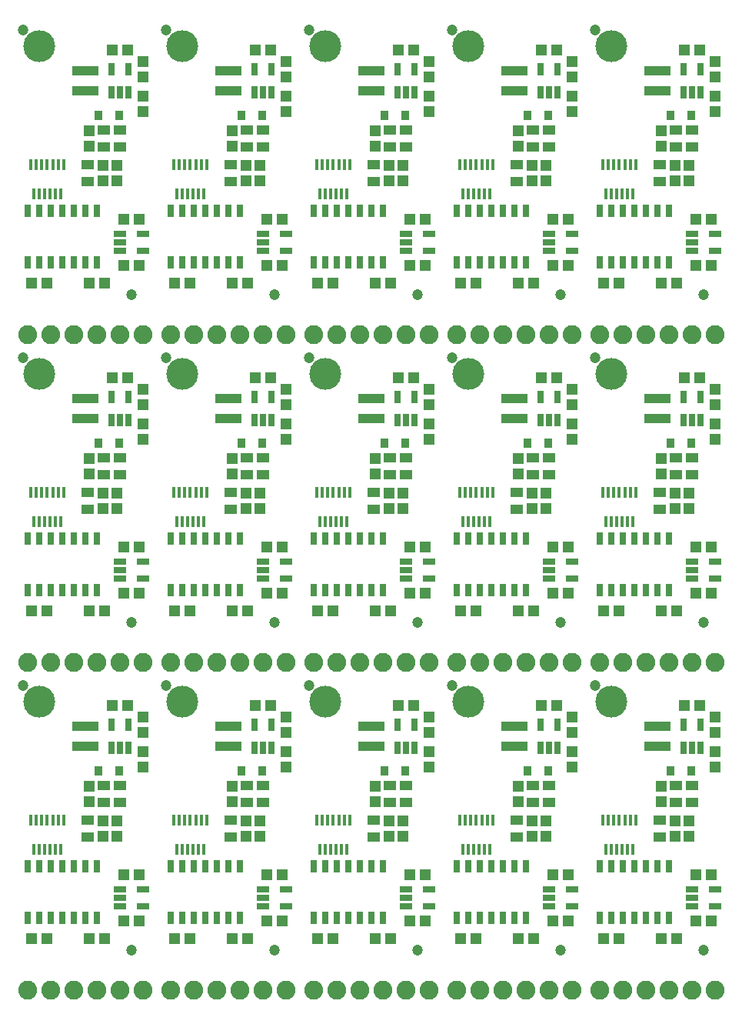
<source format=gts>
G75*
%MOIN*%
%OFA0B0*%
%FSLAX25Y25*%
%IPPOS*%
%LPD*%
%AMOC8*
5,1,8,0,0,1.08239X$1,22.5*
%
%ADD10R,0.02965X0.05524*%
%ADD11R,0.05131X0.04737*%
%ADD12R,0.05524X0.03950*%
%ADD13R,0.04737X0.05131*%
%ADD14R,0.03280X0.04068*%
%ADD15R,0.11430X0.03950*%
%ADD16R,0.05524X0.02965*%
%ADD17R,0.03162X0.05524*%
%ADD18C,0.08200*%
%ADD19C,0.13800*%
%ADD20C,0.04737*%
%ADD21R,0.01706X0.04737*%
D10*
X0129593Y0129881D03*
X0133333Y0129881D03*
X0137073Y0129881D03*
X0137073Y0140119D03*
X0129593Y0140119D03*
X0191593Y0140119D03*
X0199073Y0140119D03*
X0199073Y0129881D03*
X0195333Y0129881D03*
X0191593Y0129881D03*
X0253593Y0129881D03*
X0257333Y0129881D03*
X0261073Y0129881D03*
X0261073Y0140119D03*
X0253593Y0140119D03*
X0315593Y0140119D03*
X0323073Y0140119D03*
X0323073Y0129881D03*
X0319333Y0129881D03*
X0315593Y0129881D03*
X0377593Y0129881D03*
X0381333Y0129881D03*
X0385073Y0129881D03*
X0385073Y0140119D03*
X0377593Y0140119D03*
X0377593Y0271881D03*
X0381333Y0271881D03*
X0385073Y0271881D03*
X0385073Y0282119D03*
X0377593Y0282119D03*
X0323073Y0282119D03*
X0315593Y0282119D03*
X0315593Y0271881D03*
X0319333Y0271881D03*
X0323073Y0271881D03*
X0261073Y0271881D03*
X0257333Y0271881D03*
X0253593Y0271881D03*
X0253593Y0282119D03*
X0261073Y0282119D03*
X0199073Y0282119D03*
X0191593Y0282119D03*
X0191593Y0271881D03*
X0195333Y0271881D03*
X0199073Y0271881D03*
X0137073Y0271881D03*
X0133333Y0271881D03*
X0129593Y0271881D03*
X0129593Y0282119D03*
X0137073Y0282119D03*
X0137073Y0413881D03*
X0133333Y0413881D03*
X0129593Y0413881D03*
X0129593Y0424119D03*
X0137073Y0424119D03*
X0191593Y0424119D03*
X0199073Y0424119D03*
X0199073Y0413881D03*
X0195333Y0413881D03*
X0191593Y0413881D03*
X0253593Y0413881D03*
X0257333Y0413881D03*
X0261073Y0413881D03*
X0261073Y0424119D03*
X0253593Y0424119D03*
X0315593Y0424119D03*
X0323073Y0424119D03*
X0323073Y0413881D03*
X0319333Y0413881D03*
X0315593Y0413881D03*
X0377593Y0413881D03*
X0381333Y0413881D03*
X0385073Y0413881D03*
X0385073Y0424119D03*
X0377593Y0424119D03*
D11*
X0377987Y0432500D03*
X0384680Y0432500D03*
X0382987Y0359000D03*
X0389680Y0359000D03*
X0389680Y0339000D03*
X0382987Y0339000D03*
X0374680Y0331500D03*
X0367987Y0331500D03*
X0349680Y0331500D03*
X0342987Y0331500D03*
X0327680Y0339000D03*
X0320987Y0339000D03*
X0312680Y0331500D03*
X0305987Y0331500D03*
X0287680Y0331500D03*
X0280987Y0331500D03*
X0265680Y0339000D03*
X0258987Y0339000D03*
X0250680Y0331500D03*
X0243987Y0331500D03*
X0225680Y0331500D03*
X0218987Y0331500D03*
X0203680Y0339000D03*
X0196987Y0339000D03*
X0188680Y0331500D03*
X0181987Y0331500D03*
X0163680Y0331500D03*
X0156987Y0331500D03*
X0141680Y0339000D03*
X0134987Y0339000D03*
X0126680Y0331500D03*
X0119987Y0331500D03*
X0134987Y0359000D03*
X0141680Y0359000D03*
X0136680Y0290500D03*
X0129987Y0290500D03*
X0101680Y0331500D03*
X0094987Y0331500D03*
X0129987Y0432500D03*
X0136680Y0432500D03*
X0191987Y0432500D03*
X0198680Y0432500D03*
X0196987Y0359000D03*
X0203680Y0359000D03*
X0198680Y0290500D03*
X0191987Y0290500D03*
X0196987Y0217000D03*
X0203680Y0217000D03*
X0203680Y0197000D03*
X0196987Y0197000D03*
X0188680Y0189500D03*
X0181987Y0189500D03*
X0163680Y0189500D03*
X0156987Y0189500D03*
X0141680Y0197000D03*
X0134987Y0197000D03*
X0126680Y0189500D03*
X0119987Y0189500D03*
X0134987Y0217000D03*
X0141680Y0217000D03*
X0101680Y0189500D03*
X0094987Y0189500D03*
X0129987Y0148500D03*
X0136680Y0148500D03*
X0134987Y0075000D03*
X0141680Y0075000D03*
X0141680Y0055000D03*
X0134987Y0055000D03*
X0126680Y0047500D03*
X0119987Y0047500D03*
X0101680Y0047500D03*
X0094987Y0047500D03*
X0156987Y0047500D03*
X0163680Y0047500D03*
X0181987Y0047500D03*
X0188680Y0047500D03*
X0196987Y0055000D03*
X0203680Y0055000D03*
X0203680Y0075000D03*
X0196987Y0075000D03*
X0218987Y0047500D03*
X0225680Y0047500D03*
X0243987Y0047500D03*
X0250680Y0047500D03*
X0258987Y0055000D03*
X0265680Y0055000D03*
X0265680Y0075000D03*
X0258987Y0075000D03*
X0280987Y0047500D03*
X0287680Y0047500D03*
X0305987Y0047500D03*
X0312680Y0047500D03*
X0320987Y0055000D03*
X0327680Y0055000D03*
X0327680Y0075000D03*
X0320987Y0075000D03*
X0342987Y0047500D03*
X0349680Y0047500D03*
X0367987Y0047500D03*
X0374680Y0047500D03*
X0382987Y0055000D03*
X0389680Y0055000D03*
X0389680Y0075000D03*
X0382987Y0075000D03*
X0384680Y0148500D03*
X0377987Y0148500D03*
X0374680Y0189500D03*
X0367987Y0189500D03*
X0382987Y0197000D03*
X0389680Y0197000D03*
X0389680Y0217000D03*
X0382987Y0217000D03*
X0349680Y0189500D03*
X0342987Y0189500D03*
X0327680Y0197000D03*
X0320987Y0197000D03*
X0312680Y0189500D03*
X0305987Y0189500D03*
X0287680Y0189500D03*
X0280987Y0189500D03*
X0265680Y0197000D03*
X0258987Y0197000D03*
X0250680Y0189500D03*
X0243987Y0189500D03*
X0225680Y0189500D03*
X0218987Y0189500D03*
X0198680Y0148500D03*
X0191987Y0148500D03*
X0253987Y0148500D03*
X0260680Y0148500D03*
X0258987Y0217000D03*
X0265680Y0217000D03*
X0260680Y0290500D03*
X0253987Y0290500D03*
X0258987Y0359000D03*
X0265680Y0359000D03*
X0260680Y0432500D03*
X0253987Y0432500D03*
X0315987Y0432500D03*
X0322680Y0432500D03*
X0320987Y0359000D03*
X0327680Y0359000D03*
X0322680Y0290500D03*
X0315987Y0290500D03*
X0320987Y0217000D03*
X0327680Y0217000D03*
X0322680Y0148500D03*
X0315987Y0148500D03*
X0377987Y0290500D03*
X0384680Y0290500D03*
D12*
X0381333Y0255543D03*
X0374333Y0255543D03*
X0374333Y0248457D03*
X0381333Y0248457D03*
X0367333Y0240543D03*
X0367333Y0233457D03*
X0319333Y0248457D03*
X0312333Y0248457D03*
X0312333Y0255543D03*
X0319333Y0255543D03*
X0305333Y0240543D03*
X0305333Y0233457D03*
X0257333Y0248457D03*
X0250333Y0248457D03*
X0250333Y0255543D03*
X0257333Y0255543D03*
X0243333Y0240543D03*
X0243333Y0233457D03*
X0195333Y0248457D03*
X0188333Y0248457D03*
X0188333Y0255543D03*
X0195333Y0255543D03*
X0181333Y0240543D03*
X0181333Y0233457D03*
X0133333Y0248457D03*
X0133333Y0255543D03*
X0126333Y0255543D03*
X0126333Y0248457D03*
X0119333Y0240543D03*
X0119333Y0233457D03*
X0126333Y0113543D03*
X0126333Y0106457D03*
X0133333Y0106457D03*
X0133333Y0113543D03*
X0119333Y0098543D03*
X0119333Y0091457D03*
X0181333Y0091457D03*
X0181333Y0098543D03*
X0188333Y0106457D03*
X0195333Y0106457D03*
X0195333Y0113543D03*
X0188333Y0113543D03*
X0243333Y0098543D03*
X0243333Y0091457D03*
X0250333Y0106457D03*
X0257333Y0106457D03*
X0257333Y0113543D03*
X0250333Y0113543D03*
X0305333Y0098543D03*
X0305333Y0091457D03*
X0312333Y0106457D03*
X0319333Y0106457D03*
X0319333Y0113543D03*
X0312333Y0113543D03*
X0367333Y0098543D03*
X0367333Y0091457D03*
X0374333Y0106457D03*
X0381333Y0106457D03*
X0381333Y0113543D03*
X0374333Y0113543D03*
X0367333Y0375457D03*
X0367333Y0382543D03*
X0374333Y0390457D03*
X0381333Y0390457D03*
X0381333Y0397543D03*
X0374333Y0397543D03*
X0319333Y0397543D03*
X0312333Y0397543D03*
X0312333Y0390457D03*
X0319333Y0390457D03*
X0305333Y0382543D03*
X0305333Y0375457D03*
X0257333Y0390457D03*
X0250333Y0390457D03*
X0250333Y0397543D03*
X0257333Y0397543D03*
X0243333Y0382543D03*
X0243333Y0375457D03*
X0195333Y0390457D03*
X0188333Y0390457D03*
X0188333Y0397543D03*
X0195333Y0397543D03*
X0181333Y0382543D03*
X0181333Y0375457D03*
X0133333Y0390457D03*
X0133333Y0397543D03*
X0126333Y0397543D03*
X0126333Y0390457D03*
X0119333Y0382543D03*
X0119333Y0375457D03*
D13*
X0125833Y0375654D03*
X0131833Y0375654D03*
X0131833Y0382346D03*
X0125833Y0382346D03*
X0119833Y0390654D03*
X0119833Y0397346D03*
X0143333Y0405654D03*
X0143333Y0412346D03*
X0143333Y0420654D03*
X0143333Y0427346D03*
X0181833Y0397346D03*
X0181833Y0390654D03*
X0187833Y0382346D03*
X0193833Y0382346D03*
X0193833Y0375654D03*
X0187833Y0375654D03*
X0205333Y0405654D03*
X0205333Y0412346D03*
X0205333Y0420654D03*
X0205333Y0427346D03*
X0243833Y0397346D03*
X0243833Y0390654D03*
X0249833Y0382346D03*
X0255833Y0382346D03*
X0255833Y0375654D03*
X0249833Y0375654D03*
X0267333Y0405654D03*
X0267333Y0412346D03*
X0267333Y0420654D03*
X0267333Y0427346D03*
X0305833Y0397346D03*
X0305833Y0390654D03*
X0311833Y0382346D03*
X0317833Y0382346D03*
X0317833Y0375654D03*
X0311833Y0375654D03*
X0329333Y0405654D03*
X0329333Y0412346D03*
X0329333Y0420654D03*
X0329333Y0427346D03*
X0367833Y0397346D03*
X0367833Y0390654D03*
X0373833Y0382346D03*
X0379833Y0382346D03*
X0379833Y0375654D03*
X0373833Y0375654D03*
X0391333Y0405654D03*
X0391333Y0412346D03*
X0391333Y0420654D03*
X0391333Y0427346D03*
X0391333Y0285346D03*
X0391333Y0278654D03*
X0391333Y0270346D03*
X0391333Y0263654D03*
X0379833Y0240346D03*
X0373833Y0240346D03*
X0373833Y0233654D03*
X0379833Y0233654D03*
X0367833Y0248654D03*
X0367833Y0255346D03*
X0329333Y0263654D03*
X0329333Y0270346D03*
X0329333Y0278654D03*
X0329333Y0285346D03*
X0305833Y0255346D03*
X0305833Y0248654D03*
X0311833Y0240346D03*
X0317833Y0240346D03*
X0317833Y0233654D03*
X0311833Y0233654D03*
X0267333Y0263654D03*
X0267333Y0270346D03*
X0267333Y0278654D03*
X0267333Y0285346D03*
X0243833Y0255346D03*
X0243833Y0248654D03*
X0249833Y0240346D03*
X0255833Y0240346D03*
X0255833Y0233654D03*
X0249833Y0233654D03*
X0205333Y0263654D03*
X0205333Y0270346D03*
X0205333Y0278654D03*
X0205333Y0285346D03*
X0181833Y0255346D03*
X0181833Y0248654D03*
X0187833Y0240346D03*
X0193833Y0240346D03*
X0193833Y0233654D03*
X0187833Y0233654D03*
X0143333Y0263654D03*
X0143333Y0270346D03*
X0143333Y0278654D03*
X0143333Y0285346D03*
X0119833Y0255346D03*
X0119833Y0248654D03*
X0125833Y0240346D03*
X0131833Y0240346D03*
X0131833Y0233654D03*
X0125833Y0233654D03*
X0143333Y0143346D03*
X0143333Y0136654D03*
X0143333Y0128346D03*
X0143333Y0121654D03*
X0131833Y0098346D03*
X0125833Y0098346D03*
X0125833Y0091654D03*
X0131833Y0091654D03*
X0119833Y0106654D03*
X0119833Y0113346D03*
X0181833Y0113346D03*
X0181833Y0106654D03*
X0187833Y0098346D03*
X0193833Y0098346D03*
X0193833Y0091654D03*
X0187833Y0091654D03*
X0205333Y0121654D03*
X0205333Y0128346D03*
X0205333Y0136654D03*
X0205333Y0143346D03*
X0243833Y0113346D03*
X0243833Y0106654D03*
X0249833Y0098346D03*
X0255833Y0098346D03*
X0255833Y0091654D03*
X0249833Y0091654D03*
X0267333Y0121654D03*
X0267333Y0128346D03*
X0267333Y0136654D03*
X0267333Y0143346D03*
X0305833Y0113346D03*
X0305833Y0106654D03*
X0311833Y0098346D03*
X0317833Y0098346D03*
X0317833Y0091654D03*
X0311833Y0091654D03*
X0329333Y0121654D03*
X0329333Y0128346D03*
X0329333Y0136654D03*
X0329333Y0143346D03*
X0367833Y0113346D03*
X0367833Y0106654D03*
X0373833Y0098346D03*
X0379833Y0098346D03*
X0379833Y0091654D03*
X0373833Y0091654D03*
X0391333Y0121654D03*
X0391333Y0128346D03*
X0391333Y0136654D03*
X0391333Y0143346D03*
D14*
X0380861Y0120000D03*
X0371806Y0120000D03*
X0318861Y0120000D03*
X0309806Y0120000D03*
X0256861Y0120000D03*
X0247806Y0120000D03*
X0194861Y0120000D03*
X0185806Y0120000D03*
X0132861Y0120000D03*
X0123806Y0120000D03*
X0123806Y0262000D03*
X0132861Y0262000D03*
X0185806Y0262000D03*
X0194861Y0262000D03*
X0247806Y0262000D03*
X0256861Y0262000D03*
X0309806Y0262000D03*
X0318861Y0262000D03*
X0371806Y0262000D03*
X0380861Y0262000D03*
X0380861Y0404000D03*
X0371806Y0404000D03*
X0318861Y0404000D03*
X0309806Y0404000D03*
X0256861Y0404000D03*
X0247806Y0404000D03*
X0194861Y0404000D03*
X0185806Y0404000D03*
X0132861Y0404000D03*
X0123806Y0404000D03*
D15*
X0118333Y0414669D03*
X0118333Y0423331D03*
X0180333Y0423331D03*
X0180333Y0414669D03*
X0242333Y0414669D03*
X0242333Y0423331D03*
X0304333Y0423331D03*
X0304333Y0414669D03*
X0366333Y0414669D03*
X0366333Y0423331D03*
X0366333Y0281331D03*
X0366333Y0272669D03*
X0304333Y0272669D03*
X0304333Y0281331D03*
X0242333Y0281331D03*
X0242333Y0272669D03*
X0180333Y0272669D03*
X0180333Y0281331D03*
X0118333Y0281331D03*
X0118333Y0272669D03*
X0118333Y0139331D03*
X0118333Y0130669D03*
X0180333Y0130669D03*
X0180333Y0139331D03*
X0242333Y0139331D03*
X0242333Y0130669D03*
X0304333Y0130669D03*
X0304333Y0139331D03*
X0366333Y0139331D03*
X0366333Y0130669D03*
D16*
X0381215Y0068740D03*
X0381215Y0065000D03*
X0381215Y0061260D03*
X0391452Y0061260D03*
X0391452Y0068740D03*
X0329452Y0068740D03*
X0329452Y0061260D03*
X0319215Y0061260D03*
X0319215Y0065000D03*
X0319215Y0068740D03*
X0267452Y0068740D03*
X0267452Y0061260D03*
X0257215Y0061260D03*
X0257215Y0065000D03*
X0257215Y0068740D03*
X0205452Y0068740D03*
X0205452Y0061260D03*
X0195215Y0061260D03*
X0195215Y0065000D03*
X0195215Y0068740D03*
X0143452Y0068740D03*
X0143452Y0061260D03*
X0133215Y0061260D03*
X0133215Y0065000D03*
X0133215Y0068740D03*
X0133215Y0203260D03*
X0133215Y0207000D03*
X0133215Y0210740D03*
X0143452Y0210740D03*
X0143452Y0203260D03*
X0195215Y0203260D03*
X0195215Y0207000D03*
X0195215Y0210740D03*
X0205452Y0210740D03*
X0205452Y0203260D03*
X0257215Y0203260D03*
X0257215Y0207000D03*
X0257215Y0210740D03*
X0267452Y0210740D03*
X0267452Y0203260D03*
X0319215Y0203260D03*
X0319215Y0207000D03*
X0319215Y0210740D03*
X0329452Y0210740D03*
X0329452Y0203260D03*
X0381215Y0203260D03*
X0381215Y0207000D03*
X0381215Y0210740D03*
X0391452Y0210740D03*
X0391452Y0203260D03*
X0391452Y0345260D03*
X0391452Y0352740D03*
X0381215Y0352740D03*
X0381215Y0349000D03*
X0381215Y0345260D03*
X0329452Y0345260D03*
X0329452Y0352740D03*
X0319215Y0352740D03*
X0319215Y0349000D03*
X0319215Y0345260D03*
X0267452Y0345260D03*
X0267452Y0352740D03*
X0257215Y0352740D03*
X0257215Y0349000D03*
X0257215Y0345260D03*
X0205452Y0345260D03*
X0205452Y0352740D03*
X0195215Y0352740D03*
X0195215Y0349000D03*
X0195215Y0345260D03*
X0143452Y0345260D03*
X0143452Y0352740D03*
X0133215Y0352740D03*
X0133215Y0349000D03*
X0133215Y0345260D03*
D17*
X0123333Y0340476D03*
X0118333Y0340476D03*
X0113333Y0340476D03*
X0108333Y0340476D03*
X0103333Y0340476D03*
X0098333Y0340476D03*
X0093333Y0340476D03*
X0093333Y0362524D03*
X0098333Y0362524D03*
X0103333Y0362524D03*
X0108333Y0362524D03*
X0113333Y0362524D03*
X0118333Y0362524D03*
X0123333Y0362524D03*
X0155333Y0362524D03*
X0160333Y0362524D03*
X0165333Y0362524D03*
X0170333Y0362524D03*
X0175333Y0362524D03*
X0180333Y0362524D03*
X0185333Y0362524D03*
X0185333Y0340476D03*
X0180333Y0340476D03*
X0175333Y0340476D03*
X0170333Y0340476D03*
X0165333Y0340476D03*
X0160333Y0340476D03*
X0155333Y0340476D03*
X0217333Y0340476D03*
X0222333Y0340476D03*
X0227333Y0340476D03*
X0232333Y0340476D03*
X0237333Y0340476D03*
X0242333Y0340476D03*
X0247333Y0340476D03*
X0247333Y0362524D03*
X0242333Y0362524D03*
X0237333Y0362524D03*
X0232333Y0362524D03*
X0227333Y0362524D03*
X0222333Y0362524D03*
X0217333Y0362524D03*
X0279333Y0362524D03*
X0284333Y0362524D03*
X0289333Y0362524D03*
X0294333Y0362524D03*
X0299333Y0362524D03*
X0304333Y0362524D03*
X0309333Y0362524D03*
X0309333Y0340476D03*
X0304333Y0340476D03*
X0299333Y0340476D03*
X0294333Y0340476D03*
X0289333Y0340476D03*
X0284333Y0340476D03*
X0279333Y0340476D03*
X0341333Y0340476D03*
X0346333Y0340476D03*
X0351333Y0340476D03*
X0356333Y0340476D03*
X0361333Y0340476D03*
X0366333Y0340476D03*
X0371333Y0340476D03*
X0371333Y0362524D03*
X0366333Y0362524D03*
X0361333Y0362524D03*
X0356333Y0362524D03*
X0351333Y0362524D03*
X0346333Y0362524D03*
X0341333Y0362524D03*
X0341333Y0220524D03*
X0346333Y0220524D03*
X0351333Y0220524D03*
X0356333Y0220524D03*
X0361333Y0220524D03*
X0366333Y0220524D03*
X0371333Y0220524D03*
X0371333Y0198476D03*
X0366333Y0198476D03*
X0361333Y0198476D03*
X0356333Y0198476D03*
X0351333Y0198476D03*
X0346333Y0198476D03*
X0341333Y0198476D03*
X0309333Y0198476D03*
X0304333Y0198476D03*
X0299333Y0198476D03*
X0294333Y0198476D03*
X0289333Y0198476D03*
X0284333Y0198476D03*
X0279333Y0198476D03*
X0279333Y0220524D03*
X0284333Y0220524D03*
X0289333Y0220524D03*
X0294333Y0220524D03*
X0299333Y0220524D03*
X0304333Y0220524D03*
X0309333Y0220524D03*
X0247333Y0220524D03*
X0242333Y0220524D03*
X0237333Y0220524D03*
X0232333Y0220524D03*
X0227333Y0220524D03*
X0222333Y0220524D03*
X0217333Y0220524D03*
X0217333Y0198476D03*
X0222333Y0198476D03*
X0227333Y0198476D03*
X0232333Y0198476D03*
X0237333Y0198476D03*
X0242333Y0198476D03*
X0247333Y0198476D03*
X0185333Y0198476D03*
X0180333Y0198476D03*
X0175333Y0198476D03*
X0170333Y0198476D03*
X0165333Y0198476D03*
X0160333Y0198476D03*
X0155333Y0198476D03*
X0155333Y0220524D03*
X0160333Y0220524D03*
X0165333Y0220524D03*
X0170333Y0220524D03*
X0175333Y0220524D03*
X0180333Y0220524D03*
X0185333Y0220524D03*
X0123333Y0220524D03*
X0118333Y0220524D03*
X0113333Y0220524D03*
X0108333Y0220524D03*
X0103333Y0220524D03*
X0098333Y0220524D03*
X0093333Y0220524D03*
X0093333Y0198476D03*
X0098333Y0198476D03*
X0103333Y0198476D03*
X0108333Y0198476D03*
X0113333Y0198476D03*
X0118333Y0198476D03*
X0123333Y0198476D03*
X0123333Y0078524D03*
X0118333Y0078524D03*
X0113333Y0078524D03*
X0108333Y0078524D03*
X0103333Y0078524D03*
X0098333Y0078524D03*
X0093333Y0078524D03*
X0093333Y0056476D03*
X0098333Y0056476D03*
X0103333Y0056476D03*
X0108333Y0056476D03*
X0113333Y0056476D03*
X0118333Y0056476D03*
X0123333Y0056476D03*
X0155333Y0056476D03*
X0160333Y0056476D03*
X0165333Y0056476D03*
X0170333Y0056476D03*
X0175333Y0056476D03*
X0180333Y0056476D03*
X0185333Y0056476D03*
X0185333Y0078524D03*
X0180333Y0078524D03*
X0175333Y0078524D03*
X0170333Y0078524D03*
X0165333Y0078524D03*
X0160333Y0078524D03*
X0155333Y0078524D03*
X0217333Y0078524D03*
X0222333Y0078524D03*
X0227333Y0078524D03*
X0232333Y0078524D03*
X0237333Y0078524D03*
X0242333Y0078524D03*
X0247333Y0078524D03*
X0247333Y0056476D03*
X0242333Y0056476D03*
X0237333Y0056476D03*
X0232333Y0056476D03*
X0227333Y0056476D03*
X0222333Y0056476D03*
X0217333Y0056476D03*
X0279333Y0056476D03*
X0284333Y0056476D03*
X0289333Y0056476D03*
X0294333Y0056476D03*
X0299333Y0056476D03*
X0304333Y0056476D03*
X0309333Y0056476D03*
X0309333Y0078524D03*
X0304333Y0078524D03*
X0299333Y0078524D03*
X0294333Y0078524D03*
X0289333Y0078524D03*
X0284333Y0078524D03*
X0279333Y0078524D03*
X0341333Y0078524D03*
X0346333Y0078524D03*
X0351333Y0078524D03*
X0356333Y0078524D03*
X0361333Y0078524D03*
X0366333Y0078524D03*
X0371333Y0078524D03*
X0371333Y0056476D03*
X0366333Y0056476D03*
X0361333Y0056476D03*
X0356333Y0056476D03*
X0351333Y0056476D03*
X0346333Y0056476D03*
X0341333Y0056476D03*
D18*
X0341333Y0025000D03*
X0329333Y0025000D03*
X0319333Y0025000D03*
X0309333Y0025000D03*
X0299333Y0025000D03*
X0289333Y0025000D03*
X0279333Y0025000D03*
X0267333Y0025000D03*
X0257333Y0025000D03*
X0247333Y0025000D03*
X0237333Y0025000D03*
X0227333Y0025000D03*
X0217333Y0025000D03*
X0205333Y0025000D03*
X0195333Y0025000D03*
X0185333Y0025000D03*
X0175333Y0025000D03*
X0165333Y0025000D03*
X0155333Y0025000D03*
X0143333Y0025000D03*
X0133333Y0025000D03*
X0123333Y0025000D03*
X0113333Y0025000D03*
X0103333Y0025000D03*
X0093333Y0025000D03*
X0093333Y0167000D03*
X0103333Y0167000D03*
X0113333Y0167000D03*
X0123333Y0167000D03*
X0133333Y0167000D03*
X0143333Y0167000D03*
X0155333Y0167000D03*
X0165333Y0167000D03*
X0175333Y0167000D03*
X0185333Y0167000D03*
X0195333Y0167000D03*
X0205333Y0167000D03*
X0217333Y0167000D03*
X0227333Y0167000D03*
X0237333Y0167000D03*
X0247333Y0167000D03*
X0257333Y0167000D03*
X0267333Y0167000D03*
X0279333Y0167000D03*
X0289333Y0167000D03*
X0299333Y0167000D03*
X0309333Y0167000D03*
X0319333Y0167000D03*
X0329333Y0167000D03*
X0341333Y0167000D03*
X0351333Y0167000D03*
X0361333Y0167000D03*
X0371333Y0167000D03*
X0381333Y0167000D03*
X0391333Y0167000D03*
X0391333Y0025000D03*
X0381333Y0025000D03*
X0371333Y0025000D03*
X0361333Y0025000D03*
X0351333Y0025000D03*
X0351333Y0309000D03*
X0361333Y0309000D03*
X0371333Y0309000D03*
X0381333Y0309000D03*
X0391333Y0309000D03*
X0341333Y0309000D03*
X0329333Y0309000D03*
X0319333Y0309000D03*
X0309333Y0309000D03*
X0299333Y0309000D03*
X0289333Y0309000D03*
X0279333Y0309000D03*
X0267333Y0309000D03*
X0257333Y0309000D03*
X0247333Y0309000D03*
X0237333Y0309000D03*
X0227333Y0309000D03*
X0217333Y0309000D03*
X0205333Y0309000D03*
X0195333Y0309000D03*
X0185333Y0309000D03*
X0175333Y0309000D03*
X0165333Y0309000D03*
X0155333Y0309000D03*
X0143333Y0309000D03*
X0133333Y0309000D03*
X0123333Y0309000D03*
X0113333Y0309000D03*
X0103333Y0309000D03*
X0093333Y0309000D03*
D19*
X0098333Y0292000D03*
X0160333Y0292000D03*
X0222333Y0292000D03*
X0284333Y0292000D03*
X0346333Y0292000D03*
X0346333Y0150000D03*
X0284333Y0150000D03*
X0222333Y0150000D03*
X0160333Y0150000D03*
X0098333Y0150000D03*
X0098333Y0434000D03*
X0160333Y0434000D03*
X0222333Y0434000D03*
X0284333Y0434000D03*
X0346333Y0434000D03*
D20*
X0091333Y0157000D03*
X0138333Y0184500D03*
X0153333Y0157000D03*
X0200333Y0184500D03*
X0215333Y0157000D03*
X0262333Y0184500D03*
X0277333Y0157000D03*
X0324333Y0184500D03*
X0339333Y0157000D03*
X0386333Y0184500D03*
X0339333Y0299000D03*
X0324333Y0326500D03*
X0277333Y0299000D03*
X0262333Y0326500D03*
X0215333Y0299000D03*
X0200333Y0326500D03*
X0153333Y0299000D03*
X0138333Y0326500D03*
X0091333Y0299000D03*
X0091333Y0441000D03*
X0153333Y0441000D03*
X0215333Y0441000D03*
X0277333Y0441000D03*
X0339333Y0441000D03*
X0386333Y0326500D03*
X0386333Y0042500D03*
X0324333Y0042500D03*
X0262333Y0042500D03*
X0200333Y0042500D03*
X0138333Y0042500D03*
D21*
X0157892Y0086122D03*
X0160255Y0086122D03*
X0162617Y0086122D03*
X0164979Y0086122D03*
X0167341Y0086122D03*
X0169703Y0086122D03*
X0168522Y0098563D03*
X0166160Y0098563D03*
X0163798Y0098563D03*
X0161436Y0098563D03*
X0159073Y0098563D03*
X0156711Y0098563D03*
X0170885Y0098563D03*
X0218711Y0098563D03*
X0221073Y0098563D03*
X0223436Y0098563D03*
X0225798Y0098563D03*
X0228160Y0098563D03*
X0230522Y0098563D03*
X0232885Y0098563D03*
X0231703Y0086122D03*
X0229341Y0086122D03*
X0226979Y0086122D03*
X0224617Y0086122D03*
X0222255Y0086122D03*
X0219892Y0086122D03*
X0281892Y0086122D03*
X0284255Y0086122D03*
X0286617Y0086122D03*
X0288979Y0086122D03*
X0291341Y0086122D03*
X0293703Y0086122D03*
X0292522Y0098563D03*
X0290160Y0098563D03*
X0287798Y0098563D03*
X0285436Y0098563D03*
X0283073Y0098563D03*
X0280711Y0098563D03*
X0294885Y0098563D03*
X0342711Y0098563D03*
X0345073Y0098563D03*
X0347436Y0098563D03*
X0349798Y0098563D03*
X0352160Y0098563D03*
X0354522Y0098563D03*
X0356885Y0098563D03*
X0355703Y0086122D03*
X0353341Y0086122D03*
X0350979Y0086122D03*
X0348617Y0086122D03*
X0346255Y0086122D03*
X0343892Y0086122D03*
X0343892Y0228122D03*
X0346255Y0228122D03*
X0348617Y0228122D03*
X0350979Y0228122D03*
X0353341Y0228122D03*
X0355703Y0228122D03*
X0354522Y0240563D03*
X0352160Y0240563D03*
X0349798Y0240563D03*
X0347436Y0240563D03*
X0345073Y0240563D03*
X0342711Y0240563D03*
X0356885Y0240563D03*
X0294885Y0240563D03*
X0292522Y0240563D03*
X0290160Y0240563D03*
X0287798Y0240563D03*
X0285436Y0240563D03*
X0283073Y0240563D03*
X0280711Y0240563D03*
X0281892Y0228122D03*
X0284255Y0228122D03*
X0286617Y0228122D03*
X0288979Y0228122D03*
X0291341Y0228122D03*
X0293703Y0228122D03*
X0231703Y0228122D03*
X0229341Y0228122D03*
X0226979Y0228122D03*
X0224617Y0228122D03*
X0222255Y0228122D03*
X0219892Y0228122D03*
X0218711Y0240563D03*
X0221073Y0240563D03*
X0223436Y0240563D03*
X0225798Y0240563D03*
X0228160Y0240563D03*
X0230522Y0240563D03*
X0232885Y0240563D03*
X0170885Y0240563D03*
X0168522Y0240563D03*
X0166160Y0240563D03*
X0163798Y0240563D03*
X0161436Y0240563D03*
X0159073Y0240563D03*
X0156711Y0240563D03*
X0157892Y0228122D03*
X0160255Y0228122D03*
X0162617Y0228122D03*
X0164979Y0228122D03*
X0167341Y0228122D03*
X0169703Y0228122D03*
X0107703Y0228122D03*
X0105341Y0228122D03*
X0102979Y0228122D03*
X0100617Y0228122D03*
X0098255Y0228122D03*
X0095892Y0228122D03*
X0094711Y0240563D03*
X0097073Y0240563D03*
X0099436Y0240563D03*
X0101798Y0240563D03*
X0104160Y0240563D03*
X0106522Y0240563D03*
X0108885Y0240563D03*
X0107703Y0370122D03*
X0105341Y0370122D03*
X0102979Y0370122D03*
X0100617Y0370122D03*
X0098255Y0370122D03*
X0095892Y0370122D03*
X0094711Y0382563D03*
X0097073Y0382563D03*
X0099436Y0382563D03*
X0101798Y0382563D03*
X0104160Y0382563D03*
X0106522Y0382563D03*
X0108885Y0382563D03*
X0156711Y0382563D03*
X0159073Y0382563D03*
X0161436Y0382563D03*
X0163798Y0382563D03*
X0166160Y0382563D03*
X0168522Y0382563D03*
X0170885Y0382563D03*
X0169703Y0370122D03*
X0167341Y0370122D03*
X0164979Y0370122D03*
X0162617Y0370122D03*
X0160255Y0370122D03*
X0157892Y0370122D03*
X0219892Y0370122D03*
X0222255Y0370122D03*
X0224617Y0370122D03*
X0226979Y0370122D03*
X0229341Y0370122D03*
X0231703Y0370122D03*
X0230522Y0382563D03*
X0228160Y0382563D03*
X0225798Y0382563D03*
X0223436Y0382563D03*
X0221073Y0382563D03*
X0218711Y0382563D03*
X0232885Y0382563D03*
X0280711Y0382563D03*
X0283073Y0382563D03*
X0285436Y0382563D03*
X0287798Y0382563D03*
X0290160Y0382563D03*
X0292522Y0382563D03*
X0294885Y0382563D03*
X0293703Y0370122D03*
X0291341Y0370122D03*
X0288979Y0370122D03*
X0286617Y0370122D03*
X0284255Y0370122D03*
X0281892Y0370122D03*
X0343892Y0370122D03*
X0346255Y0370122D03*
X0348617Y0370122D03*
X0350979Y0370122D03*
X0353341Y0370122D03*
X0355703Y0370122D03*
X0354522Y0382563D03*
X0352160Y0382563D03*
X0349798Y0382563D03*
X0347436Y0382563D03*
X0345073Y0382563D03*
X0342711Y0382563D03*
X0356885Y0382563D03*
X0108885Y0098563D03*
X0106522Y0098563D03*
X0104160Y0098563D03*
X0101798Y0098563D03*
X0099436Y0098563D03*
X0097073Y0098563D03*
X0094711Y0098563D03*
X0095892Y0086122D03*
X0098255Y0086122D03*
X0100617Y0086122D03*
X0102979Y0086122D03*
X0105341Y0086122D03*
X0107703Y0086122D03*
M02*

</source>
